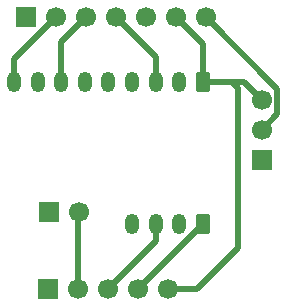
<source format=gbr>
%TF.GenerationSoftware,KiCad,Pcbnew,9.0.2*%
%TF.CreationDate,2025-07-05T20:05:03-04:00*%
%TF.ProjectId,MT6835 Breakout,4d543638-3335-4204-9272-65616b6f7574,rev?*%
%TF.SameCoordinates,Original*%
%TF.FileFunction,Copper,L1,Top*%
%TF.FilePolarity,Positive*%
%FSLAX46Y46*%
G04 Gerber Fmt 4.6, Leading zero omitted, Abs format (unit mm)*
G04 Created by KiCad (PCBNEW 9.0.2) date 2025-07-05 20:05:03*
%MOMM*%
%LPD*%
G01*
G04 APERTURE LIST*
G04 Aperture macros list*
%AMRoundRect*
0 Rectangle with rounded corners*
0 $1 Rounding radius*
0 $2 $3 $4 $5 $6 $7 $8 $9 X,Y pos of 4 corners*
0 Add a 4 corners polygon primitive as box body*
4,1,4,$2,$3,$4,$5,$6,$7,$8,$9,$2,$3,0*
0 Add four circle primitives for the rounded corners*
1,1,$1+$1,$2,$3*
1,1,$1+$1,$4,$5*
1,1,$1+$1,$6,$7*
1,1,$1+$1,$8,$9*
0 Add four rect primitives between the rounded corners*
20,1,$1+$1,$2,$3,$4,$5,0*
20,1,$1+$1,$4,$5,$6,$7,0*
20,1,$1+$1,$6,$7,$8,$9,0*
20,1,$1+$1,$8,$9,$2,$3,0*%
G04 Aperture macros list end*
%TA.AperFunction,ComponentPad*%
%ADD10O,1.200000X1.750000*%
%TD*%
%TA.AperFunction,ComponentPad*%
%ADD11RoundRect,0.250000X0.350000X0.625000X-0.350000X0.625000X-0.350000X-0.625000X0.350000X-0.625000X0*%
%TD*%
%TA.AperFunction,ComponentPad*%
%ADD12R,1.700000X1.700000*%
%TD*%
%TA.AperFunction,ComponentPad*%
%ADD13C,1.700000*%
%TD*%
%TA.AperFunction,Conductor*%
%ADD14C,0.508000*%
%TD*%
G04 APERTURE END LIST*
D10*
%TO.P,J1,9,Pin_9*%
%TO.N,NCS*%
X131000000Y-89000000D03*
%TO.P,J1,8,Pin_8*%
%TO.N,GND*%
X133000000Y-89000000D03*
%TO.P,J1,7,Pin_7*%
%TO.N,SCK*%
X135000000Y-89000000D03*
%TO.P,J1,6,Pin_6*%
%TO.N,GND*%
X137000000Y-89000000D03*
%TO.P,J1,5,Pin_5*%
%TO.N,MISO*%
X139000000Y-89000000D03*
%TO.P,J1,4,Pin_4*%
%TO.N,GND*%
X141000000Y-89000000D03*
%TO.P,J1,3,Pin_3*%
%TO.N,MOSI*%
X143000000Y-89000000D03*
%TO.P,J1,2,Pin_2*%
%TO.N,GND*%
X145000000Y-89000000D03*
D11*
%TO.P,J1,1,Pin_1*%
%TO.N,+3V3*%
X147000000Y-89000000D03*
%TD*%
D12*
%TO.P,J6,1,Pin_1*%
%TO.N,GND*%
X133880000Y-106500000D03*
D13*
%TO.P,J6,2,Pin_2*%
%TO.N,PWM*%
X136420000Y-106500000D03*
%TO.P,J6,3,Pin_3*%
%TO.N,B*%
X138960000Y-106500000D03*
%TO.P,J6,4,Pin_4*%
%TO.N,A*%
X141500000Y-106500000D03*
%TO.P,J6,5,Pin_5*%
%TO.N,+3V3*%
X144040000Y-106500000D03*
%TD*%
%TO.P,J5,7,Pin_7*%
%TO.N,CAL*%
X147240000Y-83500000D03*
%TO.P,J5,6,Pin_6*%
%TO.N,+3V3*%
X144700000Y-83500000D03*
%TO.P,J5,5,Pin_5*%
%TO.N,MISO*%
X142160000Y-83500000D03*
%TO.P,J5,4,Pin_4*%
%TO.N,MOSI*%
X139620000Y-83500000D03*
%TO.P,J5,3,Pin_3*%
%TO.N,SCK*%
X137080000Y-83500000D03*
%TO.P,J5,2,Pin_2*%
%TO.N,NCS*%
X134540000Y-83500000D03*
D12*
%TO.P,J5,1,Pin_1*%
%TO.N,GND*%
X132000000Y-83500000D03*
%TD*%
%TO.P,J4,1,Pin_1*%
%TO.N,GND*%
X134000000Y-100000000D03*
D13*
%TO.P,J4,2,Pin_2*%
%TO.N,PWM*%
X136540000Y-100000000D03*
%TD*%
D12*
%TO.P,J3,1,Pin_1*%
%TO.N,GND*%
X152000000Y-95580000D03*
D13*
%TO.P,J3,2,Pin_2*%
%TO.N,CAL*%
X152000000Y-93040000D03*
%TO.P,J3,3,Pin_3*%
%TO.N,+3V3*%
X152000000Y-90500000D03*
%TD*%
D11*
%TO.P,J2,1,Pin_1*%
%TO.N,A*%
X147000000Y-101000000D03*
D10*
%TO.P,J2,2,Pin_2*%
%TO.N,GND*%
X145000000Y-101000000D03*
%TO.P,J2,3,Pin_3*%
%TO.N,B*%
X143000000Y-101000000D03*
%TO.P,J2,4,Pin_4*%
%TO.N,GND*%
X141000000Y-101000000D03*
%TD*%
D14*
%TO.N,NCS*%
X131000000Y-87040000D02*
X131000000Y-89000000D01*
X134540000Y-83500000D02*
X131000000Y-87040000D01*
%TO.N,SCK*%
X137080000Y-83500000D02*
X135000000Y-85580000D01*
X135000000Y-85580000D02*
X135000000Y-89000000D01*
%TO.N,MOSI*%
X143000000Y-86880000D02*
X143000000Y-89000000D01*
X139620000Y-83500000D02*
X143000000Y-86880000D01*
%TO.N,+3V3*%
X147000000Y-85800000D02*
X147000000Y-89000000D01*
X144700000Y-83500000D02*
X147000000Y-85800000D01*
%TO.N,CAL*%
X153305000Y-89565000D02*
X147240000Y-83500000D01*
X153305000Y-91735000D02*
X153305000Y-89565000D01*
X152000000Y-93040000D02*
X153305000Y-91735000D01*
%TO.N,+3V3*%
X147000000Y-89000000D02*
X149500000Y-89000000D01*
%TO.N,PWM*%
X136420000Y-106500000D02*
X136420000Y-100120000D01*
X136420000Y-100120000D02*
X136540000Y-100000000D01*
%TO.N,B*%
X143000000Y-102460000D02*
X138960000Y-106500000D01*
X143000000Y-101000000D02*
X143000000Y-102460000D01*
%TO.N,+3V3*%
X150000000Y-89500000D02*
X149500000Y-89000000D01*
X150000000Y-103020000D02*
X150000000Y-89500000D01*
X146520000Y-106500000D02*
X150000000Y-103020000D01*
X144040000Y-106500000D02*
X146520000Y-106500000D01*
X149500000Y-89000000D02*
X150500000Y-89000000D01*
X150500000Y-89000000D02*
X152000000Y-90500000D01*
%TO.N,A*%
X147000000Y-101000000D02*
X141500000Y-106500000D01*
%TD*%
M02*

</source>
